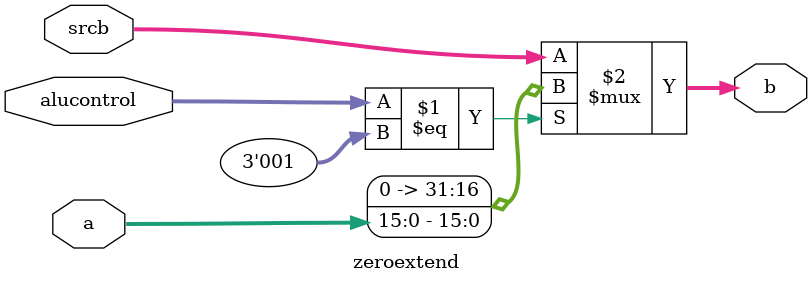
<source format=v>

module mips(input          clk, reset,
            output  [31:0] pc,
            input   [31:0] instr,
            output         memwrite,
            output  [31:0] aluout, writedata,
            input   [31:0] readdata);

  wire        memtoreg, branch,
               pcsrc, zero,
               alusrc, regdst, regwrite, jump;
  wire [2:0]  alucontrol;

  controller c(instr[31:26], instr[5:0], zero,
               memtoreg, memwrite, pcsrc,
               alusrc, regdst, regwrite, jump,
               alucontrol);
  datapath dp(clk, reset, memtoreg, pcsrc,
              alusrc, regdst, regwrite, jump,
              alucontrol,
              zero, pc, instr,
              aluout, writedata, readdata);
endmodule


// Todo: Implement controller module
module controller(input   [5:0] op, funct,
                  input         zero,
                  output        memtoreg, memwrite,
                  output        pcsrc, alusrc,
                  output        regdst, regwrite,
                  output        jump,
                  output  [2:0] alucontrol);
wire [1:0] aluop;
wire branch;
wire bne;
maindec md(op, memtoreg, memwrite, branch,
alusrc, regdst, regwrite, jump, aluop);
aludec ad(funct, aluop, alucontrol);
// using the difference between bne and beq to determine weather we need to use this mux or not to change when beq is used
mux2 #(1) bnemux(zero, ~zero, op[0], bne);
assign pcsrc = branch & bne;


endmodule


// Todo: Implement datapath
module datapath(input          clk, reset,
                input          memtoreg, pcsrc,
                input          alusrc, regdst,
                input          regwrite, jump,
                input   [2:0]  alucontrol,
                output         zero,
                output  [31:0] pc,
                input   [31:0] instr,
                output  [31:0] aluout, writedata,
                input   [31:0] readdata);
wire [4:0] writereg;
wire [31:0] pcnext, pcnextbr, pcplus4, pcbranch;
wire [31:0] signimm, signimmsh;
wire [31:0] srca, srcb, oriext;
wire [31:0] result;
// next PC logic
flopr #(32) pcreg(clk, reset, pcnext, pc);
adder pcadd1(pc, 32'b100, pcplus4);
sl2 immsh(signimm, signimmsh);
adder pcadd2(pcplus4, signimmsh, pcbranch);
mux2 #(32) pcbrmux(pcplus4, pcbranch, pcsrc, pcnextbr);
mux2 #(32) pcmux(pcnextbr, {pcplus4[31:28],
instr[25:0], 2'b00}, jump, pcnext);
// register file logic
regfile rf(clk, regwrite, instr[25:21], instr[20:16],
writereg, result, srca, writedata);
mux2 #(5) wrmux(instr[20:16], instr[15:11],
regdst, writereg);
mux2 #(32) resmux(aluout, readdata, memtoreg, result);
signext se(instr[15:0], signimm);
// ALU logic
mux2 #(32) srcbmux(writedata, signimm, alusrc, srcb);
//we need to use one more mux before we input into the alu to make sure our ori wasn't activated
zeroextend oriextend(instr[15:0], alucontrol, srcb, oriext);
alu alu(srca, oriext, alucontrol, aluout, zero);              
endmodule

module regfile(input  clk,
input  we3,
input  [4:0] ra1, ra2, wa3,
input  [31:0] wd3,
output  [31:0] rd1, rd2);
reg [31:0] rf[31:0];
// three ported register file
// read two ports combinationally
// write third port on rising edge of clk
// register 0 hardwired to 0
// note: for pipelined processor, write third port
// on falling edge of clk
always @(posedge clk)
if (we3) rf[wa3] <= wd3;
assign rd1 = (ra1 != 0) ? rf[ra1] : 0;
assign rd2 = (ra2 != 0) ? rf[ra2] : 0;
endmodule

module maindec(input  [5:0] op,
output  memtoreg, memwrite,
output  branch, alusrc,
output  regdst, regwrite,
output  jump,
output  [1:0] aluop);
reg [8:0] controls;
assign {regwrite, regdst, alusrc, branch, memwrite,
memtoreg, jump, aluop} = controls;
always @*
case(op)
6'b000000: controls <= 9'b110000010; // RTYPE
6'b100011: controls <= 9'b101001000; // LW
6'b101011: controls <= 9'b001010000; // SW
6'b000100: controls <= 9'b000100001; // BEQ
6'b001000: controls <= 9'b101000000; // ADDI
6'b000010: controls <= 9'b000000100; // J
6'b001101: controls <= 9'b101000011; //ori
6'b000101: controls <= 9'b000100001; //bne
default: controls <= 9'bxxxxxxxxx; // illegal op
endcase
endmodule

module aludec(input  [5:0] funct,
input  [1:0] aluop,
output reg [2:0] alucontrol);
always @*
case(aluop)
2'b00: alucontrol <= 3'b010; // add (for lw/sw/addi)
2'b01: alucontrol <= 3'b110; // sub (for beq)
2'b11: alucontrol <= 3'b001; // or (for ori)
default: case(funct) // R-type instructions
6'b100000: alucontrol <= 3'b010; // add
6'b100010: alucontrol <= 3'b110; // sub
6'b100100: alucontrol <= 3'b000; // and
6'b100101: alucontrol <= 3'b001; // or
6'b101010: alucontrol <= 3'b111; // slt
default: alucontrol <= 3'bxxx; // ???
endcase
endcase
endmodule

module adder(input  [31:0] a, b,
output  [31:0] y);
assign y = a + b;
endmodule

module sl2(input  [31:0] a,
output  [31:0] y);
// shift left by 2
assign y = {a[29:0], 2'b00};
endmodule

module signext(input  [15:0] a,
output  [31:0] y);
assign y = {{16{a[15]}}, a};
endmodule

module flopr #(parameter WIDTH = 8)
(input  clk, reset,
input  [WIDTH-1:0] d,
output reg [WIDTH-1:0] q);
always @(posedge clk, posedge reset)
if (reset) q <= 0;
else q <= d;
endmodule

module mux2 #(parameter WIDTH = 8)
(input  [WIDTH-1:0] d0, d1,
input  s,
output  [WIDTH-1:0] y);
assign y = s ? d1 : d0;
endmodule

//We combine the zero extend and the mux, if aluop is 11 then output zeroextend else output srcb
module zeroextend(input [15:0]a,
                input [2:0]alucontrol,
                input [31:0]srcb,
                output [31:0]b);
    assign b = (alucontrol == 3'b001) ? {{16{1'b0}}, a} : {srcb};
endmodule
</source>
